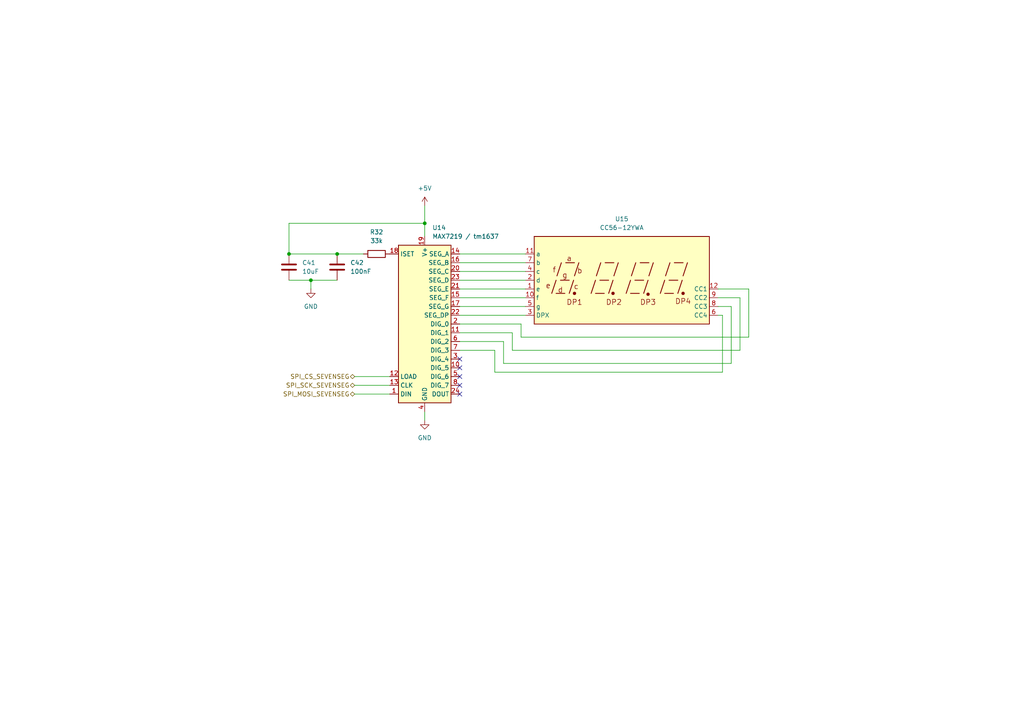
<source format=kicad_sch>
(kicad_sch (version 20231120) (generator "eeschema") (generator_version "8.0")
  (paper "A4")
  (lib_symbols
    (symbol "Device:C" (pin_numbers hide) (pin_names (offset 0.254))
      (property "Reference" "C" (at 0.635 2.54 0))
      (property "Value" "C" (at 0.635 -2.54 0))
      (symbol "C_0_1"
        (polyline (pts (xy -2.032 -0.762) (xy 2.032 -0.762)) (stroke (width 0.508)))
        (polyline (pts (xy -2.032 0.762) (xy 2.032 0.762)) (stroke (width 0.508)))
      )
      (symbol "C_1_1"
        (pin passive line (at 0 3.81 270) (length 2.794) (name "~") (number "1"))
        (pin passive line (at 0 -3.81 90) (length 2.794) (name "~") (number "2"))
      )
    )
    (symbol "Device:R" (pin_numbers hide) (pin_names (offset 0))
      (property "Reference" "R" (at 2.032 0 90))
      (property "Value" "R" (at 0 0 90))
      (symbol "R_0_1"
        (rectangle (start -1.016 -2.54) (end 1.016 2.54) (stroke (width 0.254)))
      )
      (symbol "R_1_1"
        (pin passive line (at 0 3.81 270) (length 1.27) (name "~") (number "1"))
        (pin passive line (at 0 -3.81 90) (length 1.27) (name "~") (number "2"))
      )
    )
    (symbol "Display_Character:CC56-12SEKWA"
      (property "Reference" "U" (at -24.13 13.97 0))
      (property "Value" "CC56-12SEKWA" (at 17.78 13.97 0))
      (symbol "CC56-12SEKWA_0_0"
        (rectangle (start -25.4 12.7) (end 25.4 -12.7) (stroke (width 0.254)) (fill (type background)))
        (polyline (pts (xy -20.32 -3.81) (xy -19.05 0)) (stroke (width 0.254)))
        (polyline (pts (xy -19.05 -3.81) (xy -16.51 -3.81)) (stroke (width 0.254)))
        (polyline (pts (xy -18.796 1.27) (xy -17.526 5.08)) (stroke (width 0.254)))
        (polyline (pts (xy -17.78 0) (xy -15.24 0)) (stroke (width 0.254)))
        (polyline (pts (xy -16.256 5.08) (xy -13.716 5.08)) (stroke (width 0.254)))
        (polyline (pts (xy -15.24 -3.81) (xy -13.97 0)) (stroke (width 0.254)))
        (polyline (pts (xy -13.716 1.27) (xy -12.446 5.08)) (stroke (width 0.254)))
        (polyline (pts (xy -8.89 -3.81) (xy -7.62 0)) (stroke (width 0.254)))
        (polyline (pts (xy -7.62 -3.81) (xy -5.08 -3.81)) (stroke (width 0.254)))
        (polyline (pts (xy -7.366 1.27) (xy -6.096 5.08)) (stroke (width 0.254)))
        (polyline (pts (xy -6.35 0) (xy -3.81 0)) (stroke (width 0.254)))
        (polyline (pts (xy -4.826 5.08) (xy -2.286 5.08)) (stroke (width 0.254)))
        (polyline (pts (xy -3.81 -3.81) (xy -2.54 0)) (stroke (width 0.254)))
        (polyline (pts (xy -2.286 1.27) (xy -1.016 5.08)) (stroke (width 0.254)))
        (polyline (pts (xy 1.27 -3.81) (xy 2.54 0)) (stroke (width 0.254)))
        (polyline (pts (xy 2.54 -3.81) (xy 5.08 -3.81)) (stroke (width 0.254)))
        (polyline (pts (xy 2.794 1.27) (xy 4.064 5.08)) (stroke (width 0.254)))
        (polyline (pts (xy 3.81 0) (xy 6.35 0)) (stroke (width 0.254)))
        (polyline (pts (xy 5.334 5.08) (xy 7.874 5.08)) (stroke (width 0.254)))
        (polyline (pts (xy 6.35 -3.81) (xy 7.62 0)) (stroke (width 0.254)))
        (polyline (pts (xy 7.874 1.27) (xy 9.144 5.08)) (stroke (width 0.254)))
        (polyline (pts (xy 11.176 -3.81) (xy 12.446 0)) (stroke (width 0.254)))
        (polyline (pts (xy 12.446 -3.81) (xy 14.986 -3.81)) (stroke (width 0.254)))
        (polyline (pts (xy 12.7 1.27) (xy 13.97 5.08)) (stroke (width 0.254)))
        (polyline (pts (xy 13.716 0) (xy 16.256 0)) (stroke (width 0.254)))
        (polyline (pts (xy 15.24 5.08) (xy 17.78 5.08)) (stroke (width 0.254)))
        (polyline (pts (xy 16.256 -3.81) (xy 17.526 0)) (stroke (width 0.254)))
        (polyline (pts (xy 17.78 1.27) (xy 19.05 5.08)) (stroke (width 0.254)))
        (text "a" (at -15.24 6.35 0) (effects (font (size 1.524 1.524))))
        (text "b" (at -12.192 2.794 0) (effects (font (size 1.524 1.524))))
        (text "c" (at -13.208 -1.778 0) (effects (font (size 1.524 1.524))))
        (text "d" (at -17.78 -2.794 0) (effects (font (size 1.524 1.524))))
        (text "DP1" (at -13.716 -6.35 0) (effects (font (size 1.524 1.524))))
        (text "DP2" (at -2.286 -6.35 0) (effects (font (size 1.524 1.524))))
        (text "DP3" (at 7.62 -6.35 0) (effects (font (size 1.524 1.524))))
        (text "DP4" (at 17.78 -6.096 0) (effects (font (size 1.524 1.524))))
        (text "e" (at -21.336 -1.524 0) (effects (font (size 1.524 1.524))))
        (text "f" (at -19.558 3.048 0) (effects (font (size 1.524 1.524))))
        (text "g" (at -16.51 1.524 0) (effects (font (size 1.524 1.524))))
      )
      (symbol "CC56-12SEKWA_0_1"
        (circle (center -13.716 -3.81) (radius 0.3556) (stroke (width 0.254)) (fill (type outline)))
        (circle (center -2.54 -3.81) (radius 0.3556) (stroke (width 0.254)) (fill (type outline)))
      )
      (symbol "CC56-12SEKWA_1_0"
        (circle (center 7.62 -4.064) (radius 0.3556) (stroke (width 0.254)) (fill (type outline)))
        (circle (center 17.78 -3.81) (radius 0.3556) (stroke (width 0.254)) (fill (type outline)))
      )
      (symbol "CC56-12SEKWA_1_1"
        (pin input line (at -27.94 -2.54 0) (length 2.54) (name "e") (number "1"))
        (pin input line (at -27.94 -5.08 0) (length 2.54) (name "f") (number "10"))
        (pin input line (at -27.94 7.62 0) (length 2.54) (name "a") (number "11"))
        (pin input line (at 27.94 -2.54 180) (length 2.54) (name "CC1") (number "12"))
        (pin input line (at -27.94 0 0) (length 2.54) (name "d") (number "2"))
        (pin input line (at -27.94 -10.16 0) (length 2.54) (name "DPX") (number "3"))
        (pin input line (at -27.94 2.54 0) (length 2.54) (name "c") (number "4"))
        (pin input line (at -27.94 -7.62 0) (length 2.54) (name "g") (number "5"))
        (pin input line (at 27.94 -10.16 180) (length 2.54) (name "CC4") (number "6"))
        (pin input line (at -27.94 5.08 0) (length 2.54) (name "b") (number "7"))
        (pin input line (at 27.94 -7.62 180) (length 2.54) (name "CC3") (number "8"))
        (pin input line (at 27.94 -5.08 180) (length 2.54) (name "CC2") (number "9"))
      )
    )
    (symbol "Driver_LED:MAX7219"
      (property "Reference" "U" (at -6.35 24.13 0))
      (property "Value" "MAX7219" (at 1.27 25.4 0))
      (symbol "MAX7219_0_1"
        (rectangle (start -7.62 22.86) (end 7.62 -22.86) (stroke (width 0.254)) (fill (type background)))
      )
      (symbol "MAX7219_1_1"
        (pin input line (at -10.16 -20.32 0) (length 2.54) (name "DIN") (number "1"))
        (pin output line (at 10.16 -12.7 180) (length 2.54) (name "DIG_5") (number "10"))
        (pin output line (at 10.16 -2.54 180) (length 2.54) (name "DIG_1") (number "11"))
        (pin input line (at -10.16 -15.24 0) (length 2.54) (name "LOAD") (number "12"))
        (pin input line (at -10.16 -17.78 0) (length 2.54) (name "CLK") (number "13"))
        (pin output line (at 10.16 20.32 180) (length 2.54) (name "SEG_A") (number "14"))
        (pin output line (at 10.16 7.62 180) (length 2.54) (name "SEG_F") (number "15"))
        (pin output line (at 10.16 17.78 180) (length 2.54) (name "SEG_B") (number "16"))
        (pin output line (at 10.16 5.08 180) (length 2.54) (name "SEG_G") (number "17"))
        (pin input line (at -10.16 20.32 0) (length 2.54) (name "ISET") (number "18"))
        (pin power_in line (at 0 25.4 270) (length 2.54) (name "V+") (number "19"))
        (pin output line (at 10.16 0 180) (length 2.54) (name "DIG_0") (number "2"))
        (pin output line (at 10.16 15.24 180) (length 2.54) (name "SEG_C") (number "20"))
        (pin output line (at 10.16 10.16 180) (length 2.54) (name "SEG_E") (number "21"))
        (pin output line (at 10.16 2.54 180) (length 2.54) (name "SEG_DP") (number "22"))
        (pin output line (at 10.16 12.7 180) (length 2.54) (name "SEG_D") (number "23"))
        (pin output line (at 10.16 -20.32 180) (length 2.54) (name "DOUT") (number "24"))
        (pin output line (at 10.16 -10.16 180) (length 2.54) (name "DIG_4") (number "3"))
        (pin power_in line (at 0 -25.4 90) (length 2.54) (name "GND") (number "4"))
        (pin output line (at 10.16 -15.24 180) (length 2.54) (name "DIG_6") (number "5"))
        (pin output line (at 10.16 -5.08 180) (length 2.54) (name "DIG_2") (number "6"))
        (pin output line (at 10.16 -7.62 180) (length 2.54) (name "DIG_3") (number "7"))
        (pin output line (at 10.16 -17.78 180) (length 2.54) (name "DIG_7") (number "8"))
        (pin passive line (at 0 -25.4 90) (length 2.54) hide (name "GND") (number "9"))
      )
    )
    (symbol "power:+5V" (power) (pin_numbers hide) (pin_names (offset 0) hide)
      (property "Value" "+5V" (at 0 3.556 0))
      (symbol "+5V_0_1"
        (polyline (pts (xy -0.762 1.27) (xy 0 2.54)))
        (polyline (pts (xy 0 0) (xy 0 2.54)))
        (polyline (pts (xy 0 2.54) (xy 0.762 1.27)))
      )
      (symbol "+5V_1_1"
        (pin power_in line (at 0 0 90) (length 0) (name "~") (number "1"))
      )
    )
    (symbol "power:GND" (power) (pin_numbers hide) (pin_names (offset 0) hide)
      (property "Value" "GND" (at 0 -3.81 0))
      (symbol "GND_0_1"
        (polyline (pts (xy 0 0) (xy 0 -1.27) (xy 1.27 -1.27) (xy 0 -2.54) (xy -1.27 -1.27) (xy 0 -1.27)))
      )
      (symbol "GND_1_1"
        (pin power_in line (at 0 0 270) (length 0) (name "~") (number "1"))
      )
    )
  )
  (junction (at 83.82 73.66))
  (junction (at 123.19 64.77))
  (junction (at 90.17 81.28))
  (junction (at 97.79 73.66))
  (no_connect (at 133.35 106.68))
  (no_connect (at 133.35 111.76))
  (no_connect (at 133.35 114.3))
  (no_connect (at 133.35 109.22))
  (no_connect (at 133.35 104.14))
  (wire (pts (xy 133.35 101.6) (xy 143.51 101.6)))
  (wire (pts (xy 151.13 97.79) (xy 217.17 97.79)))
  (wire (pts (xy 152.4 88.9) (xy 133.35 88.9)))
  (wire (pts (xy 123.19 59.69) (xy 123.19 64.77)))
  (wire (pts (xy 83.82 73.66) (xy 83.82 64.77)))
  (wire (pts (xy 212.09 105.41) (xy 212.09 88.9)))
  (wire (pts (xy 146.05 99.06) (xy 146.05 105.41)))
  (wire (pts (xy 90.17 83.82) (xy 90.17 81.28)))
  (wire (pts (xy 152.4 76.2) (xy 133.35 76.2)))
  (wire (pts (xy 212.09 88.9) (xy 208.28 88.9)))
  (wire (pts (xy 123.19 119.38) (xy 123.19 121.92)))
  (wire (pts (xy 209.55 91.44) (xy 208.28 91.44)))
  (wire (pts (xy 83.82 81.28) (xy 90.17 81.28)))
  (wire (pts (xy 151.13 93.98) (xy 151.13 97.79)))
  (wire (pts (xy 208.28 86.36) (xy 214.63 86.36)))
  (wire (pts (xy 217.17 97.79) (xy 217.17 83.82)))
  (wire (pts (xy 123.19 64.77) (xy 123.19 68.58)))
  (wire (pts (xy 146.05 105.41) (xy 212.09 105.41)))
  (wire (pts (xy 152.4 86.36) (xy 133.35 86.36)))
  (wire (pts (xy 152.4 83.82) (xy 133.35 83.82)))
  (wire (pts (xy 214.63 101.6) (xy 214.63 86.36)))
  (wire (pts (xy 209.55 107.95) (xy 209.55 91.44)))
  (wire (pts (xy 133.35 93.98) (xy 151.13 93.98)))
  (wire (pts (xy 83.82 64.77) (xy 123.19 64.77)))
  (wire (pts (xy 83.82 73.66) (xy 97.79 73.66)))
  (wire (pts (xy 148.59 96.52) (xy 148.59 101.6)))
  (wire (pts (xy 102.87 114.3) (xy 113.03 114.3)))
  (wire (pts (xy 133.35 99.06) (xy 146.05 99.06)))
  (wire (pts (xy 143.51 101.6) (xy 143.51 107.95)))
  (wire (pts (xy 102.87 111.76) (xy 113.03 111.76)))
  (wire (pts (xy 97.79 73.66) (xy 105.41 73.66)))
  (wire (pts (xy 133.35 96.52) (xy 148.59 96.52)))
  (wire (pts (xy 143.51 107.95) (xy 209.55 107.95)))
  (wire (pts (xy 90.17 81.28) (xy 97.79 81.28)))
  (wire (pts (xy 152.4 81.28) (xy 133.35 81.28)))
  (wire (pts (xy 152.4 73.66) (xy 133.35 73.66)))
  (wire (pts (xy 217.17 83.82) (xy 208.28 83.82)))
  (wire (pts (xy 152.4 78.74) (xy 133.35 78.74)))
  (wire (pts (xy 152.4 91.44) (xy 133.35 91.44)))
  (wire (pts (xy 102.87 109.22) (xy 113.03 109.22)))
  (wire (pts (xy 148.59 101.6) (xy 214.63 101.6)))
  (hierarchical_label "SPI_SCK_SEVENSEG" (shape bidirectional) (at 102.87 111.76 180))
  (hierarchical_label "SPI_CS_SEVENSEG" (shape bidirectional) (at 102.87 109.22 180))
  (hierarchical_label "SPI_MOSI_SEVENSEG" (shape bidirectional) (at 102.87 114.3 180))
  (symbol (lib_id "Device:R") (at 109.22 73.66 90) (unit 1)
    (property "Reference" "R32" (at 109.22 67.31 90))
    (property "Value" "33k" (at 109.22 69.85 90))
    (property "Footprint" "Resistor_SMD:R_0603_1608Metric" (effects (hide yes)))
    (property "Description" "Resistor" (effects (hide yes)))
  )
  (symbol (lib_id "Display_Character:CC56-12SEKWA") (at 180.34 81.28 0) (unit 1)
    (property "Reference" "U15" (at 180.34 63.5 0))
    (property "Value" "CC56-12YWA" (at 180.34 66.04 0))
    (property "Footprint" "Display_7Segment:CC56-12YWA" (effects (hide yes)))
    (property "Datasheet" "http://www.kingbright.com/attachments/file/psearch/000/00/00/CC56-12SEKWA(Ver.7A).pdf" (effects (hide yes)))
    (property "Description" "4 digit 7 segment super bright orange LED, common cathode" (effects (hide yes)))
  )
  (symbol (lib_id "Driver_LED:MAX7219") (at 123.19 93.98 0) (unit 1)
    (property "Reference" "U14" (at 125.3841 66.04 0) (effects (justify left)))
    (property "Value" "MAX7219 / tm1637" (at 125.3841 68.58 0) (effects (justify left)))
    (property "Datasheet" "https://datasheets.maximintegrated.com/en/ds/MAX7219-MAX7221.pdf" (effects (hide yes)))
    (property "Description" "8-Digit LED Display Driver" (effects (hide yes)))
  )
  (symbol (lib_id "Device:C") (at 97.79 77.47 0) (unit 1)
    (property "Reference" "C42" (at 101.6 76.1999 0) (effects (justify left)))
    (property "Value" "100nF" (at 101.6 78.7399 0) (effects (justify left)))
    (property "Footprint" "Capacitor_SMD:C_0603_1608Metric" (effects (hide yes)))
    (property "Description" "Unpolarized capacitor" (effects (hide yes)))
  )
  (symbol (lib_id "power:+5V") (at 123.19 59.69 0) (unit 1)
    (property "Reference" "#PWR0148" (effects (hide yes)))
    (property "Value" "+5V" (at 123.19 54.61 0))
    (property "Description" "Power symbol creates a global label with name \"+5V\"" (effects (hide yes)))
  )
  (symbol (lib_id "power:GND") (at 90.17 83.82 0) (unit 1)
    (property "Reference" "#PWR0147" (effects (hide yes)))
    (property "Value" "GND" (at 90.17 88.9 0))
    (property "Description" "Power symbol creates a global label with name \"GND\" , ground" (effects (hide yes)))
  )
  (symbol (lib_id "Device:C") (at 83.82 77.47 0) (unit 1)
    (property "Reference" "C41" (at 87.63 76.1999 0) (effects (justify left)))
    (property "Value" "10uF" (at 87.63 78.7399 0) (effects (justify left)))
    (property "Footprint" "Capacitor_SMD:C_0805_2012Metric" (effects (hide yes)))
    (property "Description" "Unpolarized capacitor" (effects (hide yes)))
  )
  (symbol (lib_id "power:GND") (at 123.19 121.92 0) (unit 1)
    (property "Reference" "#PWR0149" (effects (hide yes)))
    (property "Value" "GND" (at 123.19 127 0))
    (property "Description" "Power symbol creates a global label with name \"GND\" , ground" (effects (hide yes)))
  )
)
</source>
